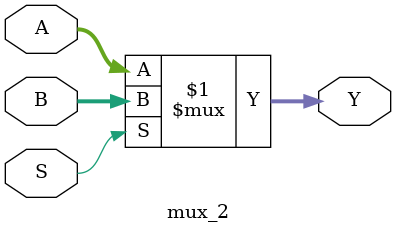
<source format=sv>
`timescale 1ns / 1ps


module mux_2(
input logic [31:0] A, B,
input logic S,
output logic [31:0] Y
    );
    
assign Y = (S)? B:A;

endmodule

</source>
